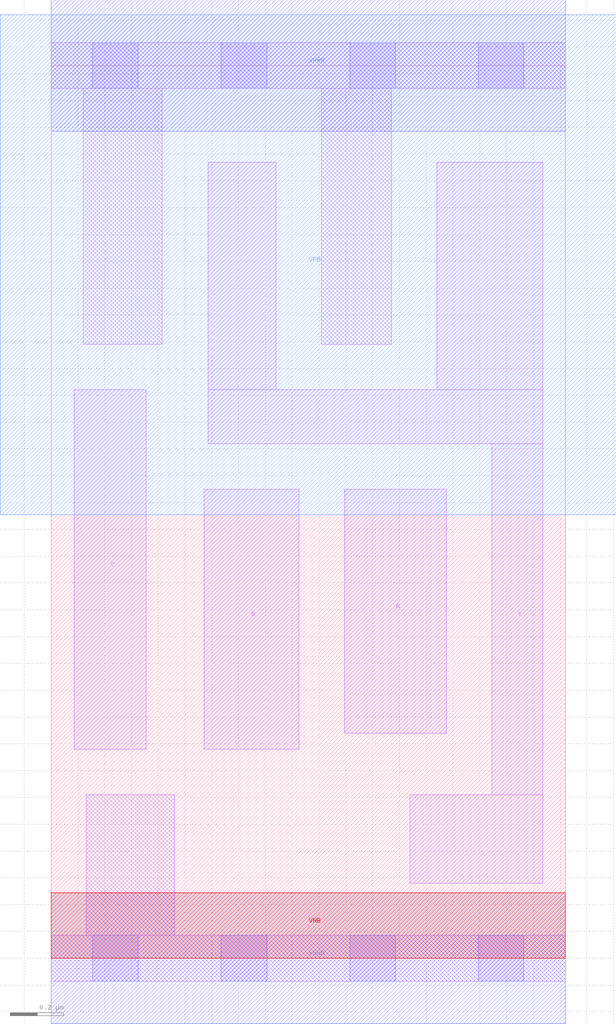
<source format=lef>
# Copyright 2020 The SkyWater PDK Authors
#
# Licensed under the Apache License, Version 2.0 (the "License");
# you may not use this file except in compliance with the License.
# You may obtain a copy of the License at
#
#     https://www.apache.org/licenses/LICENSE-2.0
#
# Unless required by applicable law or agreed to in writing, software
# distributed under the License is distributed on an "AS IS" BASIS,
# WITHOUT WARRANTIES OR CONDITIONS OF ANY KIND, either express or implied.
# See the License for the specific language governing permissions and
# limitations under the License.
#
# SPDX-License-Identifier: Apache-2.0

VERSION 5.7 ;
  NOWIREEXTENSIONATPIN ON ;
  DIVIDERCHAR "/" ;
  BUSBITCHARS "[]" ;
MACRO sky130_fd_sc_lp__nand3_0
  CLASS CORE ;
  FOREIGN sky130_fd_sc_lp__nand3_0 ;
  ORIGIN  0.000000  0.000000 ;
  SIZE  1.920000 BY  3.330000 ;
  SYMMETRY X Y R90 ;
  SITE unit ;
  PIN A
    ANTENNAGATEAREA  0.159000 ;
    DIRECTION INPUT ;
    USE SIGNAL ;
    PORT
      LAYER li1 ;
        RECT 1.095000 0.840000 1.475000 1.750000 ;
    END
  END A
  PIN B
    ANTENNAGATEAREA  0.159000 ;
    DIRECTION INPUT ;
    USE SIGNAL ;
    PORT
      LAYER li1 ;
        RECT 0.570000 0.780000 0.925000 1.750000 ;
    END
  END B
  PIN C
    ANTENNAGATEAREA  0.159000 ;
    DIRECTION INPUT ;
    USE SIGNAL ;
    PORT
      LAYER li1 ;
        RECT 0.085000 0.780000 0.355000 2.120000 ;
    END
  END C
  PIN Y
    ANTENNADIFFAREA  0.460100 ;
    DIRECTION OUTPUT ;
    USE SIGNAL ;
    PORT
      LAYER li1 ;
        RECT 0.585000 1.920000 1.835000 2.120000 ;
        RECT 0.585000 2.120000 0.840000 2.970000 ;
        RECT 1.340000 0.280000 1.835000 0.610000 ;
        RECT 1.440000 2.120000 1.835000 2.970000 ;
        RECT 1.645000 0.610000 1.835000 1.920000 ;
    END
  END Y
  PIN VGND
    DIRECTION INOUT ;
    USE GROUND ;
    PORT
      LAYER met1 ;
        RECT 0.000000 -0.245000 1.920000 0.245000 ;
    END
  END VGND
  PIN VNB
    DIRECTION INOUT ;
    USE GROUND ;
    PORT
      LAYER pwell ;
        RECT 0.000000 0.000000 1.920000 0.245000 ;
    END
  END VNB
  PIN VPB
    DIRECTION INOUT ;
    USE POWER ;
    PORT
      LAYER nwell ;
        RECT -0.190000 1.655000 2.110000 3.520000 ;
    END
  END VPB
  PIN VPWR
    DIRECTION INOUT ;
    USE POWER ;
    PORT
      LAYER met1 ;
        RECT 0.000000 3.085000 1.920000 3.575000 ;
    END
  END VPWR
  OBS
    LAYER li1 ;
      RECT 0.000000 -0.085000 1.920000 0.085000 ;
      RECT 0.000000  3.245000 1.920000 3.415000 ;
      RECT 0.120000  2.290000 0.415000 3.245000 ;
      RECT 0.130000  0.085000 0.460000 0.610000 ;
      RECT 1.010000  2.290000 1.270000 3.245000 ;
    LAYER mcon ;
      RECT 0.155000 -0.085000 0.325000 0.085000 ;
      RECT 0.155000  3.245000 0.325000 3.415000 ;
      RECT 0.635000 -0.085000 0.805000 0.085000 ;
      RECT 0.635000  3.245000 0.805000 3.415000 ;
      RECT 1.115000 -0.085000 1.285000 0.085000 ;
      RECT 1.115000  3.245000 1.285000 3.415000 ;
      RECT 1.595000 -0.085000 1.765000 0.085000 ;
      RECT 1.595000  3.245000 1.765000 3.415000 ;
  END
END sky130_fd_sc_lp__nand3_0
END LIBRARY

</source>
